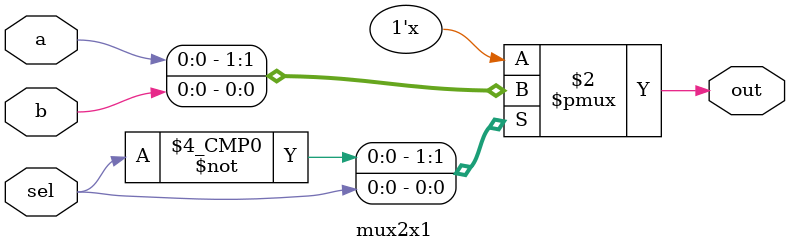
<source format=v>
`timescale 1ns / 1ps


module mux4x1(a,b,c,d,sel,out);
input a,b,c,d;
input[1:0]sel;
output out;

//using 2x1 mux
wire wi,w2;

mux2x1 u1(.a(a),.b(b),.sel(sel[0]),.out(w1));
mux2x1 u2(.a(c),.b(d),.sel(sel[0]),.out(w2));
mux2x1 u3(.a(w1),.b(w2),.sel(sel[1]),.out(out));
endmodule

module mux2x1(a,b,sel,out);
input a,b,sel;
output out;
reg out;
always @(a,b,sel) begin
case(sel)
1'b0:out=a;
1'b1:out=b;
endcase
end
endmodule
//reg out;
// always @(*)begin
// case(sel)
//  2'b00:out=a;
//  2'b01:out=b;
//  2'b10:out=c;
//  2'b11:out=d;
// endcase
// end



</source>
